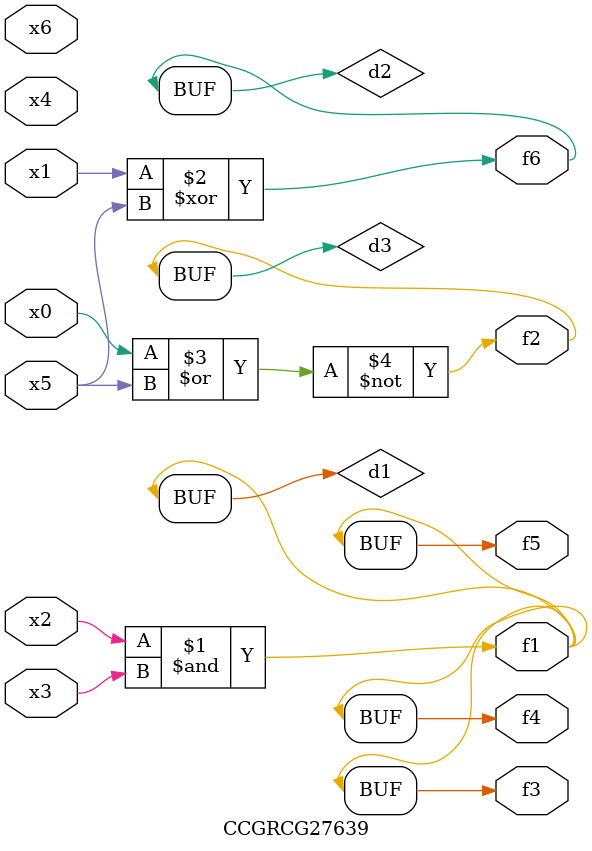
<source format=v>
module CCGRCG27639(
	input x0, x1, x2, x3, x4, x5, x6,
	output f1, f2, f3, f4, f5, f6
);

	wire d1, d2, d3;

	and (d1, x2, x3);
	xor (d2, x1, x5);
	nor (d3, x0, x5);
	assign f1 = d1;
	assign f2 = d3;
	assign f3 = d1;
	assign f4 = d1;
	assign f5 = d1;
	assign f6 = d2;
endmodule

</source>
